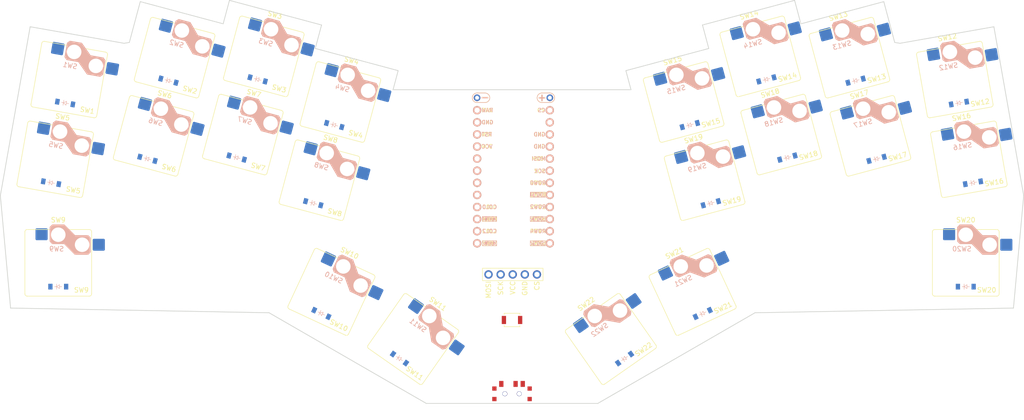
<source format=kicad_pcb>
(kicad_pcb (version 20221018) (generator pcbnew)
  (title_block (title "tutorial") (rev "v1.0.0") (company "Unknown"))
  (layers (0 "F.Cu" signal) (31 "B.Cu" signal) (34 "B.Paste" user) (35 "F.Paste" user) (36 "B.SilkS" user "B.Silkscreen") (37 "F.SilkS" user "F.Silkscreen") (38 "B.Mask" user) (39 "F.Mask" user) (44 "Edge.Cuts" user))
  (net 0 "")
  (net 1 "BT+")
  (net 2 "pinky_bottom")
  (net 3 "pinky_home")
  (net 4 "NVCS")
  (net 5 "ring_bottom")
  (net 6 "ring_home")
  (net 7 "+3V3")
  (net 8 "middle_bottom")
  (net 9 "middle_home")
  (net 10 "SCK")
  (net 11 "index_bottom")
  (net 12 "index_home")
  (net 13 "layer_cluster")
  (net 14 "space_cluster")
  (net 15 "default_default")
  (net 16 "MOSI")
  (net 17 "mirror_pinky_bottom")
  (net 18 "mirror_pinky_home")
  (net 19 "RESET")
  (net 20 "mirror_ring_bottom")
  (net 21 "mirror_ring_home")
  (net 22 "COL0")
  (net 23 "mirror_middle_bottom")
  (net 24 "mirror_middle_home")
  (net 25 "Net-(D1-A)")
  (net 26 "mirror_index_bottom")
  (net 27 "mirror_index_home")
  (net 28 "mirror_layer_cluster")
  (net 29 "mirror_space_cluster")
  (net 30 "mirror_default_default")
  (net 31 "P20")
  (net 32 "P21")
  (net 33 "P19")
  (net 34 "RAW")
  (net 35 "GND")
  (net 36 "COL1")
  (net 37 "Net-(D2-A)")
  (net 38 "COL2")
  (net 39 "Net-(D3-A)")
  (net 40 "COL3")
  (net 41 "Net-(D4-A)")
  (net 42 "Net-(D5-A)")
  (net 43 "Net-(D6-A)")
  (net 44 "Net-(D7-A)")
  (net 45 "Net-(D8-A)")
  (net 46 "Net-(D9-A)")
  (net 47 "Net-(D10-A)")
  (net 48 "Net-(D11-A)")
  (net 49 "Net-(D12-A)")
  (net 50 "Net-(D13-A)")
  (net 51 "Net-(D14-A)")
  (net 52 "Net-(D15-A)")
  (net 53 "Net-(D16-A)")
  (net 54 "Net-(D17-A)")
  (net 55 "Net-(D18-A)")
  (net 56 "Net-(D19-A)")
  (net 57 "Net-(D20-A)")
  (net 58 "Net-(D21-A)")
  (net 59 "Net-(D22-A)")
  (net 65 "ROW5")
  (net 66 "ROW4")
  (net 67 "ROW3")
  (net 68 "ROW2")
  (net 69 "ROW1")
  (net 70 "ROW0")
  (footprint "ComboDiode" (layer "F.Cu") (at 277.567424 98.002271 15)
    (fp_text reference "D15" hide)
    (fp_text value "" hide)
    (pad "1" smd rect (at -1.65 0 15) (size 0.9 1.2) (layers "B.Cu" "B.Paste" "B.Mask") (net 32 "P21"))
    (pad "2" smd rect (at 1.65 0 15) (size 0.9 1.2) (layers "B.Cu" "B.Paste" "B.Mask") (net 21 "mirror_ring_home"))
  )
  (footprint "Bubble_Lib:SW_Hotswap_Kailh_Choc_V1_tweaked" (layer "F.Cu") (at 243.383573 142.361197 25)
    (fp_text reference "SW21" (at 0 -9 25) (layer "F.SilkS"))
    (fp_text value "Kailh-Choc")
    (fp_text user "${REFERENCE}" (at 1.27 -2.921 25 unlocked) (layer "B.SilkS") (effects (justify left mirror)))
    (fp_text user "${REFERENCE}" (at 6.477 5.715 25 unlocked) (layer "F.SilkS") (effects (justify right)))
    (pad "" np_thru_hole circle (at -5.5 0 25) (size 1.8 1.8) (drill 1.8) (layers "*.Cu" "*.Mask"))
    (pad "" np_thru_hole circle (at 0 -5.9 25) (size 3.05 3.05) (drill 3.05) (layers "*.Cu" "*.Mask"))
    (pad "" np_thru_hole circle (at 0 0 25) (size 3.4 3.4) (drill 3.4) (layers "*.Cu" "*.Mask"))
    (pad "" np_thru_hole circle (at 5 -3.8 25) (size 3.05 3.05) (drill 3.05) (layers "*.Cu" "*.Mask"))
    (pad "" np_thru_hole circle (at 5.5 0 25) (size 1.8 1.8) (drill 1.8) (layers "*.Cu" "*.Mask"))
    (pad "1" smd roundrect (at -3.5 -6 25) (size 2.55 2.5) (layers "B.Cu" "B.Paste" "B.Mask") (roundrect_rratio 0.1) (net 38 "COL2"))
    (pad "2" smd roundrect (at 8.5 -3.8 25) (size 2.55 2.5) (layers "B.Cu" "B.Paste" "B.Mask") (roundrect_rratio 0.1) (net 58 "Net-(D21-A)"))
  )
  (footprint "ComboDiode" (layer "F.Cu") (at 247.194018 123.740496 15)
    (fp_text reference "D18" hide)
    (fp_text value "" hide)
    (pad "1" smd rect (at -1.65 0 15) (size 0.9 1.2) (layers "B.Cu" "B.Paste" "B.Mask") (net 31 "P20"))
    (pad "2" smd rect (at 1.65 0 15) (size 0.9 1.2) (layers "B.Cu" "B.Paste" "B.Mask") (net 26 "mirror_index_bottom"))
  )
  (footprint "Bubble_Lib:SW_Hotswap_Kailh_Choc_V1_tweaked" (layer "F.Cu") (at 165.100076 118.910867 -15)
    (fp_text reference "SW8" (at 0 -9 165) (layer "F.SilkS"))
    (fp_text value "Kailh-Choc")
    (fp_text user "${REFERENCE}" (at 1.27 -2.921 -15 unlocked) (layer "B.SilkS") (effects (justify left mirror)))
    (fp_text user "${REFERENCE}" (at 6.477 5.715 -15 unlocked) (layer "F.SilkS") (effects (justify right)))
    (pad "" np_thru_hole circle (at -5.5 0 345) (size 1.8 1.8) (drill 1.8) (layers "*.Cu" "*.Mask"))
    (pad "" np_thru_hole circle (at 0 -5.9 345) (size 3.05 3.05) (drill 3.05) (layers "*.Cu" "*.Mask"))
    (pad "" np_thru_hole circle (at 0 0 345) (size 3.4 3.4) (drill 3.4) (layers "*.Cu" "*.Mask"))
    (pad "" np_thru_hole circle (at 5 -3.8 345) (size 3.05 3.05) (drill 3.05) (layers "*.Cu" "*.Mask"))
    (pad "" np_thru_hole circle (at 5.5 0 345) (size 1.8 1.8) (drill 1.8) (layers "*.Cu" "*.Mask"))
    (pad "1" smd roundrect (at -3.5 -6 345) (size 2.55 2.5) (layers "B.Cu" "B.Paste" "B.Mask") (roundrect_rratio 0.1) (net 40 "COL3"))
    (pad "2" smd roundrect (at 8.5 -3.8 345) (size 2.55 2.5) (layers "B.Cu" "B.Paste" "B.Mask") (roundrect_rratio 0.1) (net 45 "Net-(D8-A)"))
  )
  (footprint "Bubble_Lib:1pin_Battery" (layer "F.Cu") (at 213.4335 101.6 180)
    (fp_text reference "Bat+1" hide)
    (fp_text value "MountingHole_Pad" hide)
    (fp_text user "+" (at 1.647853 -0.130146 180 unlocked) (layer "B.SilkS") (effects (font (size 1.5 1.5) (thickness 0.28)) (justify mirror)))
    (fp_text user "+" (at 1.651 -0.127 180 unlocked) (layer "F.SilkS") (effects (font (size 1.5 1.5) (thickness 0.28))))
    (pad "1" thru_hole circle (at 0 0 180) (size 1.397 1.397) (drill 0.8128) (layers "*.Cu" "*.Mask") (net 1 "BT+"))
  )
  (footprint "Bubble_Lib:SW_Hotswap_Kailh_Choc_V1_tweaked" (layer "F.Cu") (at 280.673253 109.593381 15)
    (fp_text reference "SW17" (at 0 -9 15) (layer "F.SilkS"))
    (fp_text value "Kailh-Choc")
    (fp_text user "${REFERENCE}" (at 1.27 -2.921 15 unlocked) (layer "B.SilkS") (effects (justify left mirror)))
    (fp_text user "${REFERENCE}" (at 6.477 5.715 15 unlocked) (layer "F.SilkS") (effects (justify right)))
    (pad "" np_thru_hole circle (at -5.5 0 15) (size 1.8 1.8) (drill 1.8) (layers "*.Cu" "*.Mask"))
    (pad "" np_thru_hole circle (at 0 -5.9 15) (size 3.05 3.05) (drill 3.05) (layers "*.Cu" "*.Mask"))
    (pad "" np_thru_hole circle (at 0 0 15) (size 3.4 3.4) (drill 3.4) (layers "*.Cu" "*.Mask"))
    (pad "" np_thru_hole circle (at 5 -3.8 15) (size 3.05 3.05) (drill 3.05) (layers "*.Cu" "*.Mask"))
    (pad "" np_thru_hole circle (at 5.5 0 15) (size 1.8 1.8) (drill 1.8) (layers "*.Cu" "*.Mask"))
    (pad "1" smd roundrect (at -3.5 -6 15) (size 2.55 2.5) (layers "B.Cu" "B.Paste" "B.Mask") (roundrect_rratio 0.1) (net 36 "COL1"))
    (pad "2" smd roundrect (at 8.5 -3.8 15) (size 2.55 2.5) (layers "B.Cu" "B.Paste" "B.Mask") (roundrect_rratio 0.1) (net 54 "Net-(D17-A)"))
  )
  (footprint "ComboDiode" (layer "F.Cu") (at 165.503335 146.892736 -25)
    (fp_text reference "D9" hide)
    (fp_text value "" hide)
    (pad "1" smd rect (at -1.65 0 335) (size 0.9 1.2) (layers "B.Cu" "B.Paste" "B.Mask") (net 33 "P19"))
    (pad "2" smd rect (at 1.65 0 335) (size 0.9 1.2) (layers "B.Cu" "B.Paste" "B.Mask") (net 13 "layer_cluster"))
  )
  (footprint "Bubble_Lib:SW_Hotswap_Kailh_Choc_V1_tweaked" (layer "F.Cu") (at 298.371688 97.775855 10)
    (fp_text reference "SW12" (at 0 -9 10) (layer "F.SilkS"))
    (fp_text value "Kailh-Choc")
    (fp_text user "${REFERENCE}" (at 1.27 -2.921 10 unlocked) (layer "B.SilkS") (effects (justify left mirror)))
    (fp_text user "${REFERENCE}" (at 6.477 5.715 10 unlocked) (layer "F.SilkS") (effects (justify right)))
    (pad "" np_thru_hole circle (at -5.5 0 10) (size 1.8 1.8) (drill 1.8) (layers "*.Cu" "*.Mask"))
    (pad "" np_thru_hole circle (at 0 -5.9 10) (size 3.05 3.05) (drill 3.05) (layers "*.Cu" "*.Mask"))
    (pad "" np_thru_hole circle (at 0 0 10) (size 3.4 3.4) (drill 3.4) (layers "*.Cu" "*.Mask"))
    (pad "" np_thru_hole circle (at 5 -3.8 10) (size 3.05 3.05) (drill 3.05) (layers "*.Cu" "*.Mask"))
    (pad "" np_thru_hole circle (at 5.5 0 10) (size 1.8 1.8) (drill 1.8) (layers "*.Cu" "*.Mask"))
    (pad "1" smd roundrect (at -3.5 -6 10) (size 2.55 2.5) (layers "B.Cu" "B.Paste" "B.Mask") (roundrect_rratio 0.1) (net 22 "COL0"))
    (pad "2" smd roundrect (at 8.5 -3.8 10) (size 2.55 2.5) (layers "B.Cu" "B.Paste" "B.Mask") (roundrect_rratio 0.1) (net 49 "Net-(D12-A)"))
  )
  (footprint "Bubble_Lib:SW_Hotswap_Kailh_Choc_V1_tweaked" (layer "F.Cu") (at 257.566687 92.905163 15)
    (fp_text reference "SW14" (at 0 -9 15) (layer "F.SilkS"))
    (fp_text value "Kailh-Choc")
    (fp_text user "${REFERENCE}" (at 1.27 -2.921 15 unlocked) (layer "B.SilkS") (effects (justify left mirror)))
    (fp_text user "${REFERENCE}" (at 6.477 5.715 15 unlocked) (layer "F.SilkS") (effects (justify right)))
    (pad "" np_thru_hole circle (at -5.5 0 15) (size 1.8 1.8) (drill 1.8) (layers "*.Cu" "*.Mask"))
    (pad "" np_thru_hole circle (at 0 -5.9 15) (size 3.05 3.05) (drill 3.05) (layers "*.Cu" "*.Mask"))
    (pad "" np_thru_hole circle (at 0 0 15) (size 3.4 3.4) (drill 3.4) (layers "*.Cu" "*.Mask"))
    (pad "" np_thru_hole circle (at 5 -3.8 15) (size 3.05 3.05) (drill 3.05) (layers "*.Cu" "*.Mask"))
    (pad "" np_thru_hole circle (at 5.5 0 15) (size 1.8 1.8) (drill 1.8) (layers "*.Cu" "*.Mask"))
    (pad "1" smd roundrect (at -3.5 -6 15) (size 2.55 2.5) (layers "B.Cu" "B.Paste" "B.Mask") (roundrect_rratio 0.1) (net 38 "COL2"))
    (pad "2" smd roundrect (at 8.5 -3.8 15) (size 2.55 2.5) (layers "B.Cu" "B.Paste" "B.Mask") (roundrect_rratio 0.1) (net 51 "Net-(D14-A)"))
  )
  (footprint "Bubble_Lib:SW_Hotswap_Kailh_Choc_V1_tweaked" (layer "F.Cu") (at 301.323707 114.517587 10)
    (fp_text reference "SW16" (at 0 -9 10) (layer "F.SilkS"))
    (fp_text value "Kailh-Choc")
    (fp_text user "${REFERENCE}" (at 1.27 -2.921 10 unlocked) (layer "B.SilkS") (effects (justify left mirror)))
    (fp_text user "${REFERENCE}" (at 6.477 5.715 10 unlocked) (layer "F.SilkS") (effects (justify right)))
    (pad "" np_thru_hole circle (at -5.5 0 10) (size 1.8 1.8) (drill 1.8) (layers "*.Cu" "*.Mask"))
    (pad "" np_thru_hole circle (at 0 -5.9 10) (size 3.05 3.05) (drill 3.05) (layers "*.Cu" "*.Mask"))
    (pad "" np_thru_hole circle (at 0 0 10) (size 3.4 3.4) (drill 3.4) (layers "*.Cu" "*.Mask"))
    (pad "" np_thru_hole circle (at 5 -3.8 10) (size 3.05 3.05) (drill 3.05) (layers "*.Cu" "*.Mask"))
    (pad "" np_thru_hole circle (at 5.5 0 10) (size 1.8 1.8) (drill 1.8) (layers "*.Cu" "*.Mask"))
    (pad "1" smd roundrect (at -3.5 -6 10) (size 2.55 2.5) (layers "B.Cu" "B.Paste" "B.Mask") (roundrect_rratio 0.1) (net 22 "COL0"))
    (pad "2" smd roundrect (at 8.5 -3.8 10) (size 2.55 2.5) (layers "B.Cu" "B.Paste" "B.Mask") (roundrect_rratio 0.1) (net 53 "Net-(D16-A)"))
  )
  (footprint "ComboDiode" (layer "F.Cu") (at 111.76007 102.699894 -10)
    (fp_text reference "D2" hide)
    (fp_text value "" hide)
    (pad "1" smd rect (at -1.65 0 350) (size 0.9 1.2) (layers "B.Cu" "B.Paste" "B.Mask") (net 32 "P21"))
    (pad "2" smd rect (at 1.65 0 350) (size 0.9 1.2) (layers "B.Cu" "B.Paste" "B.Mask") (net 3 "pinky_home"))
  )
  (footprint "ComboDiode" (layer "F.Cu") (at 281.967348 114.42301 15)
    (fp_text reference "D14" hide)
    (fp_text value "" hide)
    (pad "1" smd rect (at -1.65 0 15) (size 0.9 1.2) (layers "B.Cu" "B.Paste" "B.Mask") (net 31 "P20"))
    (pad "2" smd rect (at 1.65 0 15) (size 0.9 1.2) (layers "B.Cu" "B.Paste" "B.Mask") (net 20 "mirror_ring_bottom"))
  )
  (footprint "ComboDiode" (layer "F.Cu") (at 152.139216 97.734792 -15)
    (fp_text reference "D6" hide)
    (fp_text value "" hide)
    (pad "1" smd rect (at -1.65 0 345) (size 0.9 1.2) (layers "B.Cu" "B.Paste" "B.Mask") (net 32 "P21"))
    (pad "2" smd rect (at 1.65 0 345) (size 0.9 1.2) (layers "B.Cu" "B.Paste" "B.Mask") (net 9 "middle_home"))
  )
  (footprint "Bubble_Lib:smt-slider-switch" (layer "F.Cu") (at 205.499999 163.762291 180)
    (fp_text reference "SW_POWER1" hide)
    (fp_text value "SW_SPDT")
    (pad "" np_thru_hole circle (at -1.5 0 180) (size 1 1) (drill 0.9) (layers "*.Cu" "*.Mask"))
    (pad "" np_thru_hole circle (at 1.5 0 180) (size 1 1) (drill 0.9) (layers "*.Cu" "*.Mask"))
    (pad "0" smd rect (at -3.7 -1.1 180) (size 0.9 0.9) (layers "F.Cu" "F.Paste" "F.Mask"))
    (pad "0" smd rect (at -3.7 1.1 180) (size 0.9 0.9) (layers "F.Cu" "F.Paste" "F.Mask"))
    (pad "0" smd rect (at 3.7 -1.1 180) (size 0.9 0.9) (layers "F.Cu" "F.Paste" "F.Mask"))
    (pad "0" smd rect (at 3.7 1.1 180) (size 0.9 0.9) (layers "F.Cu" "F.Paste" "F.Mask"))
    (pad "1" smd rect (at 2.25 2.075 180) (size 0.9 1.25) (layers "F.Cu" "F.Paste" "F.Mask"))
    (pad "2" smd rect (at -0.75 2.075 180) (size 0.9 1.25) (layers "F.Cu" "F.Paste" "F.Mask") (net 1 "BT+"))
    (pad "3" smd rect (at -2.25 2.075 180) (size 0.9 1.25) (layers "F.Cu" "F.Paste" "F.Mask") (net 34 "RAW"))
  )
  (footprint "Bubble_Lib:SW_Hotswap_Kailh_Choc_V1_tweaked" (layer "F.Cu") (at 110.324273 136.259319)
    (fp_text reference "SW9" (at 0 -9) (layer "F.SilkS"))
    (fp_text value "Kailh-Choc")
    (fp_text user "${REFERENCE}" (at 1.27 -2.921 unlocked) (layer "B.SilkS") (effects (justify left mirror)))
    (fp_text user "${REFERENCE}" (at 6.477 5.715 unlocked) (layer "F.SilkS") (effects (justify right)))
    (pad "" np_thru_hole circle (at -5.5 0) (size 1.8 1.8) (drill 1.8) (layers "*.Cu" "*.Mask"))
    (pad "" np_thru_hole circle (at 0 -5.9) (size 3.05 3.05) (drill 3.05) (layers "*.Cu" "*.Mask"))
    (pad "" np_thru_hole circle (at 0 0) (size 3.4 3.4) (drill 3.4) (layers "*.Cu" "*.Mask"))
    (pad "" np_thru_hole circle (at 5 -3.8) (size 3.05 3.05) (drill 3.05) (layers "*.Cu" "*.Mask"))
    (pad "" np_thru_hole circle (at 5.5 0) (size 1.8 1.8) (drill 1.8) (layers "*.Cu" "*.Mask"))
    (pad "1" smd roundrect (at -3.5 -6) (size 2.55 2.5) (layers "B.Cu" "B.Paste" "B.Mask") (roundrect_rratio 0.1) (net 22 "COL0"))
    (pad "2" smd roundrect (at 8.5 -3.8) (size 2.55 2.5) (layers "B.Cu" "B.Paste" "B.Mask") (roundrect_rratio 0.1) (net 46 "Net-(D9-A)"))
  )
  (footprint "ComboDiode" (layer "F.Cu") (at 133.432574 98.002271 -15)
    (fp_text reference "D4" hide)
    (fp_text value "" hide)
    (pad "1" smd rect (at -1.65 0 345) (size 0.9 1.2) (layers "B.Cu" "B.Paste" "B.Mask") (net 32 "P21"))
    (pad "2" smd rect (at 1.65 0 345) (size 0.9 1.2) (layers "B.Cu" "B.Paste" "B.Mask") (net 6 "ring_home"))
  )
  (footprint "Bubble_Lib:SW_Hotswap_Kailh_Choc_V1_tweaked" (layer "F.Cu") (at 134.72667 93.172642 -15)
    (fp_text reference "SW2" hide)
    (fp_text value "Kailh-Choc")
    (fp_text user "${REFERENCE}" (at 1.27 -2.921 -15 unlocked) (layer "B.SilkS") (effects (justify left mirror)))
    (fp_text user "${REFERENCE}" (at 6.477 5.715 -15 unlocked) (layer "F.SilkS") (effects (justify right)))
    (pad "" np_thru_hole circle (at -5.5 0 345) (size 1.8 1.8) (drill 1.8) (layers "*.Cu" "*.Mask"))
    (pad "" np_thru_hole circle (at 0 -5.9 345) (size 3.05 3.05) (drill 3.05) (layers "*.Cu" "*.Mask"))
    (pad "" np_thru_hole circle (at 0 0 345) (size 3.4 3.4) (drill 3.4) (layers "*.Cu" "*.Mask"))
    (pad "" np_thru_hole circle (at 5 -3.8 345) (size 3.05 3.05) (drill 3.05) (layers "*.Cu" "*.Mask"))
    (pad "" np_thru_hole circle (at 5.5 0 345) (size 1.8 1.8) (drill 1.8) (layers "*.Cu" "*.Mask"))
    (pad "1" smd roundrect (at -3.5 -6 345) (size 2.55 2.5) (layers "B.Cu" "B.Paste" "B.Mask") (roundrect_rratio 0.1) (net 36 "COL1"))
    (pad "2" smd roundrect (at 8.5 -3.8 345) (size 2.55 2.5) (layers "B.Cu" "B.Paste" "B.Mask") (roundrect_rratio 0.1) (net 37 "Net-(D2-A)"))
  )
  (footprint "Bubble_Lib:1pin_Battery" (layer "F.Cu") (at 198.1665 101.6)
    (fp_text reference "BatGND1" hide)
    (fp_text value "MountingHole_Pad" hide)
    (fp_text user "-" (at 1.647853 -0.130146 unlocked) (layer "B.SilkS") (effects (font (size 1.5 1.5) (thickness 0.28)) (justify mirror)))
    (fp_text user "-" (at 1.651 -0.127 unlocked) (layer "F.SilkS") (effects (font (size 1.5 1.5) (thickness 0.28))))
    (pad "1" thru_hole circle (at 0 0) (size 1.397 1.397) (drill 0.8128) (layers "*.Cu" "*.Mask") (net 35 "GND"))
  )
  (footprint "Bubble_Lib:SW_RESET" (layer "F.Cu") (at 205.499999 148.259319)
    (fp_text reference "RSW1" hide)
    (fp_text value "SW_Push")
    (pad "1" smd rect (at -1.7 0) (size 0.9 1.7) (layers "F.Cu" "F.Paste" "F.Mask") (net 35 "GND"))
    (pad "2" smd rect (at 1.7 0) (size 0.9 1.7) (layers "F.Cu" "F.Paste" "F.Mask") (net 19 "RESET"))
  )
  (footprint "ComboDiode" (layer "F.Cu") (at 302.191948 119.441626 10)
    (fp_text reference "D12" hide)
    (fp_text value "" hide)
    (pad "1" smd rect (at -1.65 0 10) (size 0.9 1.2) (layers "B.Cu" "B.Paste" "B.Mask") (net 31 "P20"))
    (pad "2" smd rect (at 1.65 0 10) (size 0.9 1.2) (layers "B.Cu" "B.Paste" "B.Mask") (net 17 "mirror_pinky_bottom"))
  )
  (footprint "Bubble_Lib:SW_Hotswap_Kailh_Choc_V1_tweaked" (layer "F.Cu") (at 261.966611 109.325902 15)
    (fp_text reference "SW18" (at 0 -9 15) (layer "F.SilkS"))
    (fp_text value "Kailh-Choc")
    (fp_text user "${REFERENCE}" (at 1.27 -2.921 15 unlocked) (layer "B.SilkS") (effects (justify left mirror)))
    (fp_text user "${REFERENCE}" (at 6.477 5.715 15 unlocked) (layer "F.SilkS") (effects (justify right)))
    (pad "" np_thru_hole circle (at -5.5 0 15) (size 1.8 1.8) (drill 1.8) (layers "*.Cu" "*.Mask"))
    (pad "" np_thru_hole circle (at 0 -5.9 15) (size 3.05 3.05) (drill 3.05) (layers "*.Cu" "*.Mask"))
    (pad "" np_thru_hole circle (at 0 0 15) (size 3.4 3.4) (drill 3.4) (layers "*.Cu" "*.Mask"))
    (pad "" np_thru_hole circle (at 5 -3.8 15) (size 3.05 3.05) (drill 3.05) (layers "*.Cu" "*.Mask"))
    (pad "" np_thru_hole circle (at 5.5 0 15) (size 1.8 1.8) (drill 1.8) (layers "*.Cu" "*.Mask"))
    (pad "1" smd roundrect (at -3.5 -6 15) (size 2.55 2.5) (layers "B.Cu" "B.Paste" "B.Mask") (roundrect_rratio 0.1) (net 38 "COL2"))
    (pad "2" smd roundrect (at 8.5 -3.8 15) (size 2.55 2.5) (layers "B.Cu" "B.Paste" "B.Mask") (roundrect_rratio 0.1) (net 55 "Net-(D18-A)"))
  )
  (footprint "ComboDiode" (layer "F.Cu") (at 129.032651 114.42301 -15)
    (fp_text reference "D3" hide)
    (fp_text value "" hide)
    (pad "1" smd rect (at -1.65 0 345) (size 0.9 1.2) (layers "B.Cu" "B.Paste" "B.Mask") (net 31 "P20"))
    (pad "2" smd rect (at 1.65 0 345) (size 0.9 1.2) (layers "B.Cu" "B.Paste" "B.Mask") (net 5 "ring_bottom"))
  )
  (footprint "Bubble_Lib:SW_Hotswap_Kailh_Choc_V1_tweaked" (layer "F.Cu") (at 109.676292 114.517587 -10)
    (fp_text reference "SW5" (at 0 -9 170) (layer "F.SilkS"))
    (fp_text value "Kailh-Choc")
    (fp_text user "${REFERENCE}" (at 1.27 -2.921 -10 unlocked) (layer "B.SilkS") (effects (justify left mirror)))
    (fp_text user "${REFERENCE}" (at 6.477 5.715 -10 unlocked) (layer "F.SilkS") (effects (justify right)))
    (pad "" np_thru_hole circle (at -5.5 0 350) (size 1.8 1.8) (drill 1.8) (layers "*.Cu" "*.Mask"))
    (pad "" np_thru_hole circle (at 0 -5.9 350) (size 3.05 3.05) (drill 3.05) (layers "*.Cu" "*.Mask"))
    (pad "" np_thru_hole circle (at 0 0 350) (size 3.4 3.4) (drill 3.4) (layers "*.Cu" "*.Mask"))
    (pad "" np_thru_hole circle (at 5 -3.8 350) (size 3.05 3.05) (drill 3.05) (layers "*.Cu" "*.Mask"))
    (pad "" np_thru_hole circle (at 5.5 0 350) (size 1.8 1.8) (drill 1.8) (layers "*.Cu" "*.Mask"))
    (pad "1" smd roundrect (at -3.5 -6 350) (size 2.55 2.5) (layers "B.Cu" "B.Paste" "B.Mask") (roundrect_rratio 0.1) (net 22 "COL0"))
    (pad "2" smd roundrect (at 8.5 -3.8 350) (size 2.55 2.5) (layers "B.Cu" "B.Paste" "B.Mask") (roundrect_rratio 0.1) (net 42 "Net-(D5-A)"))
  )
  (footprint "ComboDiode" (layer "F.Cu") (at 181.897381 156.358052 -35)
    (fp_text reference "D10" hide)
    (fp_text value "" hide)
    (pad "1" smd rect (at -1.65 0 325) (size 0.9 1.2) (layers "B.Cu" "B.Paste" "B.Mask") (net 33 "P19"))
    (pad "2" smd rect (at 1.65 0 325) (size 0.9 1.2) (layers "B.Cu" "B.Paste" "B.Mask") (net 14 "space_cluster"))
  )
  (footprint "Bubble_Lib:SW_Hotswap_Kailh_Choc_V1_tweaked" (layer "F.Cu") (at 276.273329 93.172642 15)
    (fp_text reference "SW13" (at 0 -9 15) (layer "F.SilkS"))
    (fp_text value "Kailh-Choc")
    (fp_text user "${REFERENCE}" (at 1.27 -2.921 15 unlocked) (layer "B.SilkS") (effects (justify left mirror)))
    (fp_text user "${REFERENCE}" (at 6.477 5.715 15 unlocked) (layer "F.SilkS") (effects (justify right)))
    (pad "" np_thru_hole circle (at -5.5 0 15) (size 1.8 1.8) (drill 1.8) (layers "*.Cu" "*.Mask"))
    (pad "" np_thru_hole circle (at 0 -5.9 15) (size 3.05 3.05) (drill 3.05) (layers "*.Cu" "*.Mask"))
    (pad "" np_thru_hole circle (at 0 0 15) (size 3.4 3.4) (drill 3.4) (layers "*.Cu" "*.Mask"))
    (pad "" np_thru_hole circle (at 5 -3.8 15) (size 3.05 3.05) (drill 3.05) (layers "*.Cu" "*.Mask"))
    (pad "" np_thru_hole circle (at 5.5 0 15) (size 1.8 1.8) (drill 1.8) (layers "*.Cu" "*.Mask"))
    (pad "1" smd roundrect (at -3.5 -6 15) (size 2.55 2.5) (layers "B.Cu" "B.Paste" "B.Mask") (roundrect_rratio 0.1) (net 36 "COL1"))
    (pad "2" smd roundrect (at 8.5 -3.8 15) (size 2.55 2.5) (layers "B.Cu" "B.Paste" "B.Mask") (roundrect_rratio 0.1) (net 50 "Net-(D13-A)"))
  )
  (footprint "Bubble_Lib:SW_Hotswap_Kailh_Choc_V1_tweaked" (layer "F.Cu") (at 241.499999 102.490128 15)
    (fp_text reference "SW15" (at 0 -9 15) (layer "F.SilkS"))
    (fp_text value "Kailh-Choc")
    (fp_text user "${REFERENCE}" (at 1.27 -2.921 15 unlocked) (layer "B.SilkS") (effects (justify left mirror)))
    (fp_text user "${REFERENCE}" (at 6.477 5.715 15 unlocked) (layer "F.SilkS") (effects (justify right)))
    (pad "" np_thru_hole circle (at -5.5 0 15) (size 1.8 1.8) (drill 1.8) (layers "*.Cu" "*.Mask"))
    (pad "" np_thru_hole circle (at 0 -5.9 15) (size 3.05 3.05) (drill 3.05) (layers "*.Cu" "*.Mask"))
    (pad "" np_thru_hole circle (at 0 0 15) (size 3.4 3.4) (drill 3.4) (layers "*.Cu" "*.Mask"))
    (pad "" np_thru_hole circle (at 5 -3.8 15) (size 3.05 3.05) (drill 3.05) (layers "*.Cu" "*.Mask"))
    (pad "" np_thru_hole circle (at 5.5 0 15) (size 1.8 1.8) (drill 1.8) (layers "*.Cu" "*.Mask"))
    (pad "1" smd roundrect (at -3.5 -6 15) (size 2.55 2.5) (layers "B.Cu" "B.Paste" "B.Mask") (roundrect_rratio 0.1) (net 40 "COL3"))
    (pad "2" smd roundrect (at 8.5 -3.8 15) (size 2.55 2.5) (layers "B.Cu" "B.Paste" "B.Mask") (roundrect_rratio 0.1) (net 52 "Net-(D15-A)"))
  )
  (footprint "ComboDiode" (layer "F.Cu") (at 300.675726 141.259319)
    (fp_text reference "D22" hide)
    (fp_text value "" hide)
    (pad "1" smd rect (at -1.65 0) (size 0.9 1.2) (layers "B.Cu" "B.Paste" "B.Mask") (net 33 "P19"))
    (pad "2" smd rect (at 1.65 0) (size 0.9 1.2) (layers "B.Cu" "B.Paste" "B.Mask") (net 30 "mirror_default_default"))
  )
  (footprint "ComboDiode" (layer "F.Cu") (at 242.794095 107.319757 15)
    (fp_text reference "D19" hide)
    (fp_text value "" hide)
    (pad "1" smd rect (at -1.65 0 15) (size 0.9 1.2) (layers "B.Cu" "B.Paste" "B.Mask") (net 32 "P21"))
    (pad "2" smd rect (at 1.65 0 15) (size 0.9 1.2) (layers "B.Cu" "B.Paste" "B.Mask") (net 27 "mirror_index_home"))
  )
  (footprint "Bubble_Lib:SW_Hotswap_Kailh_Choc_V1_tweaked" (layer "F.Cu") (at 226.234735 152.262291 35)
    (fp_text reference "SW22" (at 0 -9 35) (layer "F.SilkS"))
    (fp_text value "Kailh-Choc")
    (fp_text user "${REFERENCE}" (at 1.27 -2.921 35 unlocked) (layer "B.SilkS") (effects (justify left mirror)))
    (fp_text user "${REFERENCE}" (at 6.477 5.715 35 unlocked) (layer "F.SilkS") (effects (justify right)))
    (pad "" np_thru_hole circle (at -5.5 0 35) (size 1.8 1.8) (drill 1.8) (layers "*.Cu" "*.Mask"))
    (pad "" np_thru_hole circle (at 0 -5.9 35) (size 3.05 3.05) (drill 3.05) (layers "*.Cu" "*.Mask"))
    (pad "" np_thru_hole circle (at 0 0 35) (size 3.4 3.4) (drill 3.4) (layers "*.Cu" "*.Mask"))
    (pad "" np_thru_hole circle (at 5 -3.8 35) (size 3.05 3.05) (drill 3.05) (layers "*.Cu" "*.Mask"))
    (pad "" np_thru_hole circle (at 5.5 0 35) (size 1.8 1.8) (drill 1.8) (layers "*.Cu" "*.Mask"))
    (pad "1" smd roundrect (at -3.5 -6 35) (size 2.55 2.5) (layers "B.Cu" "B.Paste" "B.Mask") (roundrect_rratio 0.1) (net 40 "COL3"))
    (pad "2" smd roundrect (at 8.5 -3.8 35) (size 2.55 2.5) (layers "B.Cu" "B.Paste" "B.Mask") (roundrect_rratio 0.1) (net 59 "Net-(D22-A)"))
  )
  (footprint "ComboDiode" (layer "F.Cu") (at 258.860783 97.734792 15)
    (fp_text reference "D17" hide)
    (fp_text value "" hide)
    (pad "1" smd rect (at -1.65 0 15) (size 0.9 1.2) (layers "B.Cu" "B.Paste" "B.Mask") (net 32 "P21"))
    (pad "2" smd rect (at 1.65 0 15) (size 0.9 1.2) (layers "B.Cu" "B.Paste" "B.Mask") (net 24 "mirror_middle_home"))
  )
  (footprint "ComboDiode" (layer "F.Cu") (at 168.205904 107.319757 -15)
    (fp_text reference "D8" hide)
    (fp_text value "" hide)
    (pad "1" smd rect (at -1.65 0 345) (size 0.9 1.2) (layers "B.Cu" "B.Paste" "B.Mask") (net 32 "P21"))
    (pad "2" smd rect (at 1.65 0 345) (size 0.9 1.2) (layers "B.Cu" "B.Paste" "B.Mask") (net 12 "index_home"))
  )
  (footprint "ComboDiode" (layer "F.Cu") (at 110.324273 141.259319)
    (fp_text reference "D11" hide)
    (fp_text value "" hide)
    (pad "1" smd rect (at -1.65 0) (size 0.9 1.2) (layers "B.Cu" "B.Paste" "B.Mask") (net 33 "P19"))
    (pad "2" smd rect (at 1.65 0) (size 0.9 1.2) (layers "B.Cu" "B.Paste" "B.Mask") (net 15 "default_default"))
  )
  (footprint "Bubble_Lib:SW_Hotswap_Kailh_Choc_V1_tweaked" (layer "F.Cu") (at 300.675726 136.259319)
    (fp_text reference "SW20" (at 0 -9) (layer "F.SilkS"))
    (fp_text value "Kailh-Choc")
    (fp_text user "${REFERENCE}" (at 1.27 -2.921 unlocked) (layer "B.SilkS") (effects (justify left mirror)))
    (fp_text user "${REFERENCE}" (at 6.477 5.715 unlocked) (layer "F.SilkS") (effects (justify right)))
    (pad "" np_thru_hole circle (at -5.5 0) (size 1.8 1.8) (drill 1.8) (layers "*.Cu" "*.Mask"))
    (pad "" np_thru_hole circle (at 0 -5.9) (size 3.05 3.05) (drill 3.05) (layers "*.Cu" "*.Mask"))
    (pad "" np_thru_hole circle (at 0 0) (size 3.4 3.4) (drill 3.4) (layers "*.Cu" "*.Mask"))
    (pad "" np_thru_hole circle (at 5 -3.8) (size 3.05 3.05) (drill 3.05) (layers "*.Cu" "*.Mask"))
    (pad "" np_thru_hole circle (at 5.5 0) (size 1.8 1.8) (drill 1.8) (layers "*.Cu" "*.Mask"))
    (pad "1" smd roundrect (at -3.5 -6) (size 2.55 2.5) (layers "B.Cu" "B.Paste" "B.Mask") (roundrect_rratio 0.1) (net 22 "COL0"))
    (pad "2" smd roundrect (at 8.5 -3.8) (size 2.55 2.5) (layers "B.Cu" "B.Paste" "B.Mask") (roundrect_rratio 0.1) (net 57 "Net-(D20-A)"))
  )
  (footprint "ComboDiode" (layer "F.Cu") (at 299.239929 102.699894 10)
    (fp_text reference "D13" hide)
    (fp_text value "" hide)
    (pad "1" smd rect (at -1.65 0 10) (size 0.9 1.2) (layers "B.Cu" "B.Paste" "B.Mask") (net 32 "P21"))
    (pad "2" smd rect (at 1.65 0 10) (size 0.9 1.2) (layers "B.Cu" "B.Paste" "B.Mask") (net 18 "mirror_pinky_home"))
  )
  (footprint "Bubble_Lib:nice_view" (layer "F.Cu") (at 205.65 122.22)
    (fp_text reference "Display1")
    (fp_text value "nice!view" hide)
    (fp_text user "CS" (at 5.08 17.78 90 unlocked) (layer "F.SilkS") (effects (justify right)))
    (fp_text user "VCC" (at 0 17.78 90 unlocked) (layer "F.SilkS") (effects (justify right)))
    (fp_text user "SCK" (at -2.54 17.78 90 unlocked) (layer "F.SilkS") (effects (justify right)))
    (fp_text user "GND" (at 2.54 17.78 90 unlocked) (layer "F.SilkS") (effects (justify right)))
    (fp_text user "MOSI" (at -5.08 17.78 90 unlocked) (layer "F.SilkS") (effects (justify right)))
    (pad "1" thru_hole circle (at -5.08 16.48) (size 1.7526 1.7526) (drill 1.0922) (layers "*.Cu" "*.Mask") (net 16 "MOSI"))
    (pad "2" thru_hole circle (at -2.54 16.48) (size 1.7526 1.7526) (drill 1.0922) (layers "*.Cu" "*.Mask") (net 10 "SCK"))
    (pad "3" thru_hole circle (at 0 16.48) (size 1.7526 1.7526) (drill 1.0922) (layers "*.Cu" "*.Mask") (net 7 "+3V3"))
    (pad "4" thru_hole circle (at 2.54 16.48) (size 1.7526 1.7526) (drill 1.0922) (layers "*.Cu" "*.Mask") (net 35 "GND"))
    (pad "5" thru_hole circle (at 5.08 16.48) (size 1.7526 1.7526) (drill 1.0922) (layers "*.Cu" "*.Mask") (net 4 "NVCS"))
  )
  (footprint "ComboDiode" (layer "F.Cu") (at 245.496664 146.892736 25)
    (fp_text reference "D20" hide)
    (fp_text value "" hide)
    (pad "1" smd rect (at -1.65 0 25) (size 0.9 1.2) (layers "B.Cu" "B.Paste" "B.Mask") (net 33 "P19"))
    (pad "2" smd rect (at 1.65 0 25) (size 0.9 1.2) (layers "B.Cu" "B.Paste" "B.Mask") (net 28 "mirror_layer_cluster"))
  )
  (footprint "Bubble_Lib:SW_Hotswap_Kailh_Choc_V1_tweaked" (layer "F.Cu") (at 149.033388 109.325902 -15)
    (fp_text reference "SW7" (at 0 -9 165) (layer "F.SilkS"))
    (fp_text value "Kailh-Choc")
    (fp_text user "${REFERENCE}" (at 1.27 -2.921 -15 unlocked) (layer "B.SilkS") (effects (justify left mirror)))
    (fp_text user "${REFERENCE}" (at 6.477 5.715 -15 unlocked) (layer "F.SilkS") (effects (justify right)))
    (pad "" np_thru_hole circle (at -5.5 0 345) (size 1.8 1.8) (drill 1.8) (layers "*.Cu" "*.Mask"))
    (pad "" np_thru_hole circle (at 0 -5.9 345) (size 3.05 3.05) (drill 3.05) (layers "*.Cu" "*.Mask"))
    (pad "" np_thru_hole circle (at 0 0 345) (size 3.4 3.4) (drill 3.4) (layers "*.Cu" "*.Mask"))
    (pad "" np_thru_hole circle (at 5 -3.8 345) (size 3.05 3.05) (drill 3.05) (layers "*.Cu" "*.Mask"))
    (pad "" np_thru_hole circle (at 5.5 0 345) (size 1.8 1.8) (drill 1.8) (layers "*.Cu" "*.Mask"))
    (pad "1" smd roundrect (at -3.5 -6 345) (size 2.55 2.5) (layers "B.Cu" "B.Paste" "B.Mask") (roundrect_rratio 0.1) (net 38 "COL2"))
    (pad "2" smd roundrect (at 8.5 -3.8 345) (size 2.55 2.5) (layers "B.Cu" "B.Paste" "B.Mask") (roundrect_rratio 0.1) (net 44 "Net-(D7-A)"))
  )
  (footprint "Bubble_Lib:SW_Hotswap_Kailh_Choc_V1_tweaked" (layer "F.Cu") (at 245.899923 118.910867 15)
    (fp_text reference "SW19" (at 0 -9 15) (layer "F.SilkS"))
    (fp_text value "Kailh-Choc")
    (fp_text user "${REFERENCE}" (at 1.27 -2.921 15 unlocked) (layer "B.SilkS") (effects (justify left mirror)))
    (fp_text user "${REFERENCE}" (at 6.477 5.715 15 unlocked) (layer "F.SilkS") (effects (justify right)))
    (pad "" np_thru_hole circle (at -5.5 0 15) (size 1.8 1.8) (drill 1.8) (layers "*.Cu" "*.Mask"))
    (pad "" np_thru_hole circle (at 0 -5.9 15) (size 3.05 3.05) (drill 3.05) (layers "*.Cu" "*.Mask"))
    (pad "" np_thru_hole circle (at 0 0 15) (size 3.4 3.4) (drill 3.4) (layers "*.Cu" "*.Mask"))
    (pad "" np_thru_hole circle (at 5 -3.8 15) (size 3.05 3.05) (drill 3.05) (layers "*.Cu" "*.Mask"))
    (pad "" np_thru_hole circle (at 5.5 0 15) (size 1.8 1.8) (drill 1.8) (layers "*.Cu" "*.Mask"))
    (pad "1" smd roundrect (at -3.5 -6 15) (size 2.55 2.5) (layers "B.Cu" "B.Paste" "B.Mask") (roundrect_rratio 0.1) (net 40 "COL3"))
    (pad "2" smd roundrect (at 8.5 -3.8 15) (size 2.55 2.5) (layers "B.Cu" "B.Paste" "B.Mask") (roundrect_rratio 0.1) (net 56 "Net-(D19-A)"))
  )
  (footprint "Bubble_Lib:SW_Hotswap_Kailh_Choc_V1_tweaked" (layer "F.Cu") (at 153.433312 92.905163 -15)
    (fp_text reference "SW3" (at 0 -9 165) (layer "F.SilkS"))
    (fp_text value "Kailh-Choc")
    (fp_text user "${REFERENCE}" (at 1.27 -2.921 -15 unlocked) (layer "B.SilkS") (effects (justify left mirror)))
    (fp_text user "${REFERENCE}" (at 6.477 5.715 -15 unlocked) (layer "F.SilkS") (effects (justify right)))
    (pad "" np_thru_hole circle (at -5.5 0 345) (size 1.8 1.8) (drill 1.8) (layers "*.Cu" "*.Mask"))
    (pad "" np_thru_hole circle (at 0 -5.9 345) (size 3.05 3.05) (drill 3.05) (layers "*.Cu" "*.Mask"))
    (pad "" np_thru_hole circle (at 0 0 345) (size 3.4 3.4) (drill 3.4) (layers "*.Cu" "*.Mask"))
    (pad "" np_thru_hole circle (at 5 -3.8 345) (size 3.05 3.05) (drill 3.05) (layers "*.Cu" "*.Mask"))
    (pad "" np_thru_hole circle (at 5.5 0 345) (size 1.8 1.8) (drill 1.8) (layers "*.Cu" "*.Mask"))
    (pad "1" smd roundrect (at -3.5 -6 345) (size 2.55 2.5) (layers "B.Cu" "B.Paste" "B.Mask") (roundrect_rratio 0.1) (net 38 "COL2"))
    (pad "2" smd roundrect (at 8.5 -3.8 345) (size 2.55 2.5) (layers "B.Cu" "B.Paste" "B.Mask") (roundrect_rratio 0.1) (net 39 "Net-(D3-A)"))
  )
  (footprint "ComboDiode" (layer "F.Cu") (at 163.80598 123.740496 -15)
    (fp_text reference "D7" hide)
    (fp_text value "" hide)
    (pad "1" smd rect (at -1.65 0 345) (size 0.9 1.2) (layers "B.Cu" "B.Paste" "B.Mask") (net 31 "P20"))
    (pad "2" smd rect (at 1.65 0 345) (size 0.9 1.2) (layers "B.Cu" "B.Paste" "B.Mask") (net 11 "index_bottom"))
  )
  (footprint "Bubble_Lib:SW_Hotswap_Kailh_Choc_V1_tweaked" (layer "F.Cu") (at 112.628311 97.775855 -10)
    (fp_text reference "SW1" hide)
    (fp_text value "Kailh-Choc")
    (fp_text user "${REFERENCE}" (at 1.27 -2.921 -10 unlocked) (layer "B.SilkS") (effects (justify left mirror)))
    (fp_text user "${REFERENCE}" (at 6.477 5.715 -10 unlocked) (layer "F.SilkS") (effects (justify right)))
    (pad "" np_thru_hole circle (at -5.5 0 350) (size 1.8 1.8) (drill 1.8) (layers "*.Cu" "*.Mask"))
    (pad "" np_thru_hole circle (at 0 -5.9 350) (size 3.05 3.05) (drill 3.05) (layers "*.Cu" "*.Mask"))
    (pad "" np_thru_hole circle (at 0 0 350) (size 3.4 3.4) (drill 3.4) (layers "*.Cu" "*.Mask"))
    (pad "" np_thru_hole circle (at 5 -3.8 350) (size 3.05 3.05) (drill 3.05) (layers "*.Cu" "*.Mask"))
    (pad "" np_thru_hole circle (at 5.5 0 350) (size 1.8 1.8) (drill 1.8) (layers "*.Cu" "*.Mask"))
    (pad "1" smd roundrect (at -3.5 -6 350) (size 2.55 2.5) (layers "B.Cu" "B.Paste" "B.Mask") (roundrect_rratio 0.1) (net 22 "COL0"))
    (pad "2" smd roundrect (at 8.5 -3.8 350) (size 2.55 2.5) (layers "B.Cu" "B.Paste" "B.Mask") (roundrect_rratio 0.1) (net 25 "Net-(D1-A)"))
  )
  (footprint "ComboDiode" (layer "F.Cu") (at 147.739293 114.155531 -15)
    (fp_text reference "D5" hide)
    (fp_text value "" hide)
    (pad "1" smd rect (at -1.65 0 345) (size 0.9 1.2) (layers "B.Cu" "B.Paste" "B.Mask") (net 31 "P20"))
    (pad "2" smd rect (at 1.65 0 345) (size 0.9 1.2) (layers "B.Cu" "B.Paste" "B.Mask") (net 8 "middle_bottom"))
  )
  (footprint "Bubble_Lib:SW_Hotswap_Kailh_Choc_V1_tweaked" (layer "F.Cu") (at 167.616426 142.361197 -25)
    (fp_text reference "SW10" (at 0 -9 155) (layer "F.SilkS"))
    (fp_text value "Kailh-Choc")
    (fp_text user "${REFERENCE}" (at 1.27 -2.921 -25 unlocked) (layer "B.SilkS") (effects (justify left mirror)))
    (fp_text user "${REFERENCE}" (at 6.477 5.715 -25 unlocked) (layer "F.SilkS") (effects (justify right)))
    (pad "" np_thru_hole circle (at -5.5 0 335) (size 1.8 1.8) (drill 1.8) (layers "*.Cu" "*.Mask"))
    (pad "" np_thru_hole circle (at 0 -5.9 335) (size 3.05 3.05) (drill 3.05) (layers "*.Cu" "*.Mask"))
    (pad "" np_thru_hole circle (at 0 0 335) (size 3.4 3.4) (drill 3.4) (layers "*.Cu" "*.Mask"))
    (pad "" np_thru_hole circle (at 5 -3.8 335) (size 3.05 3.05) (drill 3.05) (layers "*.Cu" "*.Mask"))
    (pad "" np_thru_hole circle (at 5.5 0 335) (size 1.8 1.8) (drill 1.8) (layers "*.Cu" "*.Mask"))
    (pad "1" smd roundrect (at -3.5 -6 335) (size 2.55 2.5) (layers "B.Cu" "B.Paste" "B.Mask") (roundrect_rratio 0.1) (net 38 "COL2"))
    (pad "2" smd roundrect (at 8.5 -3.8 335) (size 2.55 2.5) (layers "B.Cu" "B.Paste" "B.Mask") (roundrect_rratio 0.1) (net 47 "Net-(D10-A)"))
  )
  (footprint "ComboDiode" (layer "F.Cu") (at 263.260706 114.155531 15)
    (fp_text reference "D16" hide)
    (fp_text value "" hide)
    (pad "1" smd rect (at -1.65 0 15) (size 0.9 1.2) (layers "B.Cu" "B.Paste" "B.Mask") (net 31 "P20"))
    (pad "2" smd rect (at 1.65 0 15) (size 0.9 1.2) (layers "B.Cu" "B.Paste" "B.Mask") (net 23 "mirror_middle_bottom"))
  )
  (footprint "Bubble_Lib:SW_Hotswap_Kailh_Choc_V1_tweaked" (layer "F.Cu") (at 130.326746 109.593381 -15)
    (fp_text reference "SW6" (at 0 -9 165) (layer "F.SilkS"))
    (fp_text value "Kailh-Choc")
    (fp_text user "${REFERENCE}" (at 1.27 -2.921 -15 unlocked) (layer "B.SilkS") (effects (justify left mirror)))
    (fp_text user "${REFERENCE}" (at 6.477 5.715 -15 unlocked) (layer "F.SilkS") (effects (justify right)))
    (pad "" np_thru_hole circle (at -5.5 0 345) (size 1.8 1.8) (drill 1.8) (layers "*.Cu" "*.Mask"))
    (pad "" np_thru_hole circle (at 0 -5.9 345) (size 3.05 3.05) (drill 3.05) (layers "*.Cu" "*.Mask"))
    (pad "" np_thru_hole circle (at 0 0 345) (size 3.4 3.4) (drill 3.4) (layers "*.Cu" "*.Mask"))
    (pad "" np_thru_hole circle (at 5 -3.8 345) (size 3.05 3.05) (drill 3.05) (layers "*.Cu" "*.Mask"))
    (pad "" np_thru_hole circle (at 5.5 0 345) (size 1.8 1.8) (drill 1.8) (layers "*.Cu" "*.Mask"))
    (pad "1" smd roundrect (at -3.5 -6 345) (size 2.55 2.5) (layers "B.Cu" "B.Paste" "B.Mask") (roundrect_rratio 0.1) (net 36 "COL1"))
    (pad "2" smd roundrect (at 8.5 -3.8 345) (size 2.55 2.5) (layers "B.Cu" "B.Paste" "B.Mask") (roundrect_rratio 0.1) (net 43 "Net-(D6-A)"))
  )
  (footprint "Bubble_Lib:SW_Hotswap_Kailh_Choc_V1_tweaked" (layer "F.Cu") (at 184.765263 152.262291 -35)
    (fp_text reference "SW11" (at 0 -9 145) (layer "F.SilkS"))
    (fp_text value "Kailh-Choc")
    (fp_text user "${REFERENCE}" (at 1.27 -2.921 -35 unlocked) (layer "B.SilkS") (effects (justify left mirror)))
    (fp_text user "${REFERENCE}" (at 6.477 5.715 -35 unlocked) (layer "F.SilkS") (effects (justify right)))
    (pad "" np_thru_hole circle (at -5.5 0 325) (size 1.8 1.8) (drill 1.8) (layers "*.Cu" "*.Mask"))
    (pad "" np_thru_hole circle (at 0 -5.9 325) (size 3.05 3.05) (drill 3.05) (layers "*.Cu" "*.Mask"))
    (pad "" np_thru_hole circle (at 0 0 325) (size 3.4 3.4) (drill 3.4) (layers "*.Cu" "*.Mask"))
    (pad "" np_thru_hole circle (at 5 -3.8 325) (size 3.05 3.05) (drill 3.05) (layers "*.Cu" "*.Mask"))
    (pad "" np_thru_hole circle (at 5.5 0 325) (size 1.8 1.8) (drill 1.8) (layers "*.Cu" "*.Mask"))
    (pad "1" smd roundrect (at -3.5 -6 325) (size 2.55 2.5) (layers "B.Cu" "B.Paste" "B.Mask") (roundrect_rratio 0.1) (net 40 "COL3"))
    (pad "2" smd roundrect (at 8.5 -3.8 325) (size 2.55 2.5) (layers "B.Cu" "B.Paste" "B.Mask") (roundrect_rratio 0.1) (net 48 "Net-(D11-A)"))
  )
  (footprint "ComboDiode" (layer "F.Cu") (at 229.102618 156.358052 35)
    (fp_text reference "D21" hide)
    (fp_text value "" hide)
    (pad "1" smd rect (at -1.65 0 35) (size 0.9 1.2) (layers "B.Cu" "B.Paste" "B.Mask") (net 33 "P19"))
    (pad "2" smd rect (at 1.65 0 35) (size 0.9 1.2) (layers "B.Cu" "B.Paste" "B.Mask") (net 29 "mirror_space_cluster"))
  )
  (footprint "Bubble_Lib:SW_Hotswap_Kailh_Choc_V1_tweaked" (layer "F.Cu") (at 169.499999 102.490128 -15)
    (fp_text reference "SW4" (at 0 -9 165) (layer "F.SilkS"))
    (fp_text value "Kailh-Choc")
    (fp_text user "${REFERENCE}" (at 1.27 -2.921 -15 unlocked) (layer "B.SilkS") (effects (justify left mirror)))
    (fp_text user "${REFERENCE}" (at 6.477 5.715 -15 unlocked) (layer "F.SilkS") (effects (justify right)))
    (pad "" np_thru_hole circle (at -5.5 0 345) (size 1.8 1.8) (drill 1.8) (layers "*.Cu" "*.Mask"))
    (pad "" np_thru_hole circle (at 0 -5.9 345) (size 3.05 3.05) (drill 3.05) (layers "*.Cu" "*.Mask"))
    (pad "" np_thru_hole circle (at 0 0 345) (size 3.4 3.4) (drill 3.4) (layers "*.Cu" "*.Mask"))
    (pad "" np_thru_hole circle (at 5 -3.8 345) (size 3.05 3.05) (drill 3.05) (layers "*.Cu" "*.Mask"))
    (pad "" np_thru_hole circle (at 5.5 0 345) (size 1.8 1.8) (drill 1.8) (layers "*.Cu" "*.Mask"))
    (pad "1" smd roundrect (at -3.5 -6 345) (size 2.55 2.5) (layers "B.Cu" "B.Paste" "B.Mask") (roundrect_rratio 0.1) (net 40 "COL3"))
    (pad "2" smd roundrect (at 8.5 -3.8 345) (size 2.55 2.5) (layers "B.Cu" "B.Paste" "B.Mask") (roundrect_rratio 0.1) (net 41 "Net-(D4-A)"))
  )
  (footprint "ComboDiode" (layer "F.Cu") (at 108.808051 119.441626 -10)
    (fp_text reference "D1" hide)
    (fp_text value "" hide)
    (pad "1" smd rect (at -1.65 0 350) (size 0.9 1.2) (layers "B.Cu" "B.Paste" "B.Mask") (net 31 "P20"))
    (pad "2" smd rect (at 1.65 0 350) (size 0.9 1.2) (layers "B.Cu" "B.Paste" "B.Mask") (net 2 "pinky_bottom"))
  )
  (footprint "Bubble_Lib:nice_nano" (layer "B.Cu") (at 205.8 118.18675 -90)
    (fp_text reference "U1" hide)
    (fp_text value "nice_nano" hide)
    (fp_text user "MOSI" (at -3.8 -5.266778 180) (layer "B.SilkS") (effects (font (size 0.8 0.8)) (justify mirror)))
    (fp_text user "VCC" (at -6.35 5.537191 180) (layer "B.SilkS") (effects (font (size 0.8 0.8)) (justify mirror)))
    (fp_text user "ROW2" (at 6.334614 -5.139778 180) (layer "B.SilkS") (effects (font (size 0.8 0.8)) (justify mirror)))
    (fp_text user "GND" (at -6.35 -5.461 180) (layer "B.SilkS") (effects (font (size 0.8 0.8)) (justify mirror)))
    (fp_text user "SCK" (at -1.2 -5.53719 180) (layer "B.SilkS") (effects (font (size 0.8 0.8)) (justify mirror)))
    (fp_text user "ROW3" (at 8.9 -5.139778 180) (layer "B.SilkS" knockout) (effects (font (size 0.8 0.8)) (justify mirror)))
    (fp_text user "GND" (at -11.43 5.454667 180) (layer "B.SilkS") (effects (font (size 0.8 0.8)) (justify mirror)))
    (fp_text user "ROW5" (at 14 -5.139778 180) (layer "B.SilkS" knockout) (effects (font (size 0.8 0.8)) (justify mirror)))
    (fp_text user "RST" (at -8.89 5.588 180) (layer "B.SilkS") (effects (font (size 0.8 0.8)) (justify mirror)))
    (fp_text user "COL1" (at 8.89 5.020222 180) (layer "B.SilkS" knockout) (effects (font (size 0.8 0.8)) (justify mirror)))
    (fp_text user "ROW4" (at 11.43 -5.139778 180) (layer "B.SilkS") (effects (font (size 0.8 0.8)) (justify mirror)))
    (fp_text user "GND" (at -8.89 -5.461 180) (layer "B.SilkS") (effects (font (size 0.8 0.8)) (justify mirror)))
    (fp_text user "COL3" (at 14 5 180) (layer "B.SilkS" knockout) (effects (font (size 0.8 0.8)) (justify mirror)))
    (fp_text user "CS" (at -13.97 -5.901778 180) (layer "B.SilkS") (effects (font (size 0.8 0.8)) (justify mirror)))
    (fp_text user "RAW" (at -13.97 5.473715 180) (layer "B.SilkS") (effects (font (size 0.8 0.8)) (justify mirror)))
    (fp_text user "ROW1" (at 3.81 -5.139778 180) (layer "B.SilkS" knockout) (effects (font (size 0.8 0.8)) (justify mirror)))
    (fp_text user "ROW0" (at 1.3 -5.139778 180) (layer "B.SilkS") (effects (font (size 0.8 0.8)) (justify mirror)))
    (fp_text user "COL2" (at 11.43 5.020222 180) (layer "B.SilkS") (effects (font (size 0.8 0.8)) (justify mirror)))
    (fp_text user "COL0" (at 6.35 5.020222 180) (layer "B.SilkS") (effects (font (size 0.8 0.8)) (justify mirror)))
    (fp_text user "GND" (at -8.89 -5.461 180) (layer "F.SilkS") (effects (font (size 0.8 0.8))))
    (fp_text user "GND" (at -6.35 -5.461 180) (layer "F.SilkS") (effects (font (size 0.8 0.8))))
    (fp_text user "CS" (at -13.97 -5.774778 180) (layer "F.SilkS") (effects (font (size 0.8 0.8))))
    (fp_text user "ROW0" (at 1.3 -5.1 180) (layer "F.SilkS") (effects (font (size 0.8 0.8))))
    (fp_text user "GND" (at -11.43 5.454667 180) (layer "F.SilkS") (effects (font (size 0.8 0.8))))
    (fp_text user "COL2" (at 11.43 5.020222 unlocked) (layer "F.SilkS") (effects (font (size 0.8 0.8))))
    (fp_text user "SCK" (at -1.2 -5.53719 180) (layer "F.SilkS") (effects (font (size 0.8 0.8))))
    (fp_text user "ROW1" (at 3.794614 -5.139778 180) (layer "F.SilkS" knockout) (effects (font (size 0.8 0.8))))
    (fp_text user "ROW5" (at 14 -5.1 180) (layer "F.SilkS" knockout) (effects (font (size 0.8 0.8))))
    (fp_text user "MOSI" (at -3.81 -5.266778 180) (layer "F.SilkS") (effects (font (size 0.8 0.8))))
    (fp_text user "RST" (at -8.89 5.588 180) (layer "F.SilkS") (effects (font (size 0.8 0.8))))
    (fp_text user "COL0" (at 6.35 5.020222 180) (layer "F.SilkS") (effects (font (size 0.8 0.8))))
    (fp_text user "ROW4" (at 11.43 -5.139778 180) (layer "F.SilkS") (effects (font (size 0.8 0.8))))
    (fp_text user "COL1" (at 8.89 5.020222 180) (layer "F.SilkS" knockout) (effects (font (size 0.8 0.8))))
    (fp_text user "RAW" (at -13.97 5.473715 180) (layer "F.SilkS") (effects (font (size 0.8 0.8))))
    (fp_text user "ROW3" (at 8.9 -5.1 180) (layer "F.SilkS" knockout) (effects (font (size 0.8 0.8))))
    (fp_text user "COL3" (at 14 5.020222 180) (layer "F.SilkS" knockout) (effects (font (size 0.8 0.8))))
    (fp_text user "VCC" (at -6.35 5.537191 180) (layer "F.SilkS") (effects (font (size 0.8 0.8))))
    (fp_text user "ROW2" (at 6.334614 -5.139778 180) (layer "F.SilkS") (effects (font (size 0.8 0.8))))
    (pad "1" thru_hole circle (at -13.97 -7.62 270) (size 1.7526 1.7526) (drill 1.0922) (layers "*.Cu" "*.SilkS" "*.Mask") (net 4 "NVCS"))
    (pad "2" thru_hole circle (at -11.43 -7.62 270) (size 1.7526 1.7526) (drill 1.0922) (layers "*.Cu" "*.SilkS" "*.Mask"))
    (pad "3" thru_hole circle (at -8.89 -7.62 270) (size 1.7526 1.7526) (drill 1.0922) (layers "*.Cu" "*.SilkS" "*.Mask") (net 35 "GND"))
    (pad "4" thru_hole circle (at -6.35 -7.62 270) (size 1.7526 1.7526) (drill 1.0922) (layers "*.Cu" "*.SilkS" "*.Mask") (net 35 "GND"))
    (pad "5" thru_hole circle (at -3.81 -7.62 270) (size 1.7526 1.7526) (drill 1.0922) (layers "*.Cu" "*.SilkS" "*.Mask") (net 16 "MOSI"))
    (pad "6" thru_hole circle (at -1.27 -7.62 270) (size 1.7526 1.7526) (drill 1.0922) (layers "*.Cu" "*.SilkS" "*.Mask") (net 10 "SCK"))
    (pad "7" thru_hole circle (at 1.27 -7.62 270) (size 1.7526 1.7526) (drill 1.0922) (layers "*.Cu" "*.SilkS" "*.Mask") (net 70 "ROW0"))
    (pad "8" thru_hole circle (at 3.81 -7.62 270) (size 1.7526 1.7526) (drill 1.0922) (layers "*.Cu" "*.SilkS" "*.Mask") (net 69 "ROW1"))
    (pad "9" thru_hole circle (at 6.35 -7.62 270) (size 1.7526 1.7526) (drill 1.0922) (layers "*.Cu" "*.SilkS" "*.Mask") (net 68 "ROW2"))
    (pad "10" thru_hole circle (at 8.89 -7.62 270) (size 1.7526 1.7526) (drill 1.0922) (layers "*.Cu" "*.SilkS" "*.Mask") (net 67 "ROW3"))
    (pad "11" thru_hole circle (at 11.43 -7.62 270) (size 1.7526 1.7526) (drill 1.0922) (layers "*.Cu" "*.SilkS" "*.Mask") (net 66 "ROW4"))
    (pad "12" thru_hole circle (at 13.97 -7.62 270) (size 1.7526 1.7526) (drill 1.0922) (layers "*.Cu" "*.SilkS" "*.Mask") (net 65 "ROW5"))
    (pad "13" thru_hole circle (at 13.97 7.62 270) (size 1.7526 1.7526) (drill 1.0922) (layers "*.Cu" "*.SilkS" "*.Mask") (net 40 "COL3"))
    (pad "14" thru_hole circle (at 11.43 7.62 270) (size 1.7526 1.7526) (drill 1.0922) (layers "*.Cu" "*.SilkS" "*.Mask") (net 38 "COL2"))
    (pad "15" thru_hole circle (at 8.89 7.62 270) (size 1.7526 1.7526) (drill 1.0922) (layers "*.Cu" "*.SilkS" "*.Mask") (net 36 "COL1"))
    (pad "16" thru_hole circle (at 6.35 7.62 270) (size 1.7526 1.7526) (drill 1.0922) (layers "*.Cu" "*.SilkS" "*.Mask") (net 22 "COL0"))
    (pad "17" thru_hole circle (at 3.81 7.62 270) (size 1.7526 1.7526) (drill 1.0922) (layers "*.Cu" "*.SilkS" "*.Mask"))
    (pad "18" thru_hole circle (at 1.27 7.62 270) (size 1.7526 1.7526) (drill 1.0922) (layers "*.Cu" "*.SilkS" "*.Mask"))
    (pad "19" thru_hole circle (at -1.27 7.62 270) (size 1.7526 1.7526) (drill 1.0922) (layers "*.Cu" "*.SilkS" "*.Mask"))
    (pad "20" thru_hole circle (at -3.81 7.62 270) (size 1.7526 1.7526) (drill 1.0922) (layers "*.Cu" "*.SilkS" "*.Mask"))
    (pad "21" thru_hole circle (at -6.35 7.62 270) (size 1.7526 1.7526) (drill 1.0922) (layers "*.Cu" "*.SilkS" "*.Mask") (net 7 "+3V3"))
    (pad "22" thru_hole circle (at -8.89 7.62 270) (size 1.7526 1.7526) (drill 1.0922) (layers "*.Cu" "*.SilkS" "*.Mask") (net 19 "RESET"))
    (pad "23" thru_hole circle (at -11.43 7.62 270) (size 1.7526 1.7526) (drill 1.0922) (layers "*.Cu" "*.SilkS" "*.Mask") (net 35 "GND"))
    (pad "24" thru_hole circle (at -13.97 7.62 270) (size 1.7526 1.7526) (drill 1.0922) (layers "*.Cu" "*.SilkS" "*.Mask") (net 34 "RAW"))
  )
  (gr_line (start 144.912857 86.066899) (end 127.526192 81.408156) (stroke (width 0.15)) (layer "Edge.Cuts"))
  (gr_line (start 125.228483 89.983324) (end 127.526192 81.408156) (stroke (width 0.15)) (layer "Edge.Cuts"))
  (gr_line (start 180.546265 99.901937) (end 181.618039 95.902023) (stroke (width 0.15)) (layer "Edge.Cuts"))
  (gr_line (start 285.771516 89.983324) (end 286.873953 90.156663) (stroke (width 0.15)) (layer "Edge.Cuts"))
  (gr_line (start 98.178557 122.136779) (end 104.429891 86.6837) (stroke (width 0.15)) (layer "Edge.Cuts"))
  (gr_line (start 124.126046 90.156663) (end 104.429891 86.6837) (stroke (width 0.15)) (layer "Edge.Cuts"))
  (gr_line (start 306.570108 86.6837) (end 312.821442 122.136779) (stroke (width 0.15)) (layer "Edge.Cuts"))
  (gr_line (start 306.570108 86.6837) (end 286.873953 90.156663) (stroke (width 0.15)) (layer "Edge.Cuts"))
  (gr_line (start 283.473806 81.408156) (end 285.771516 89.983324) (stroke (width 0.15)) (layer "Edge.Cuts"))
  (gr_line (start 266.087142 86.066899) (end 264.767165 81.140678) (stroke (width 0.15)) (layer "Edge.Cuts"))
  (gr_line (start 124.126046 90.156663) (end 125.228483 89.983324) (stroke (width 0.15)) (layer "Edge.Cuts"))
  (gr_line (start 312.821442 122.136779) (end 310.675726 145.759319) (stroke (width 0.15)) (layer "Edge.Cuts"))
  (gr_line (start 100.324273 145.759319) (end 98.178557 122.136779) (stroke (width 0.15)) (layer "Edge.Cuts"))
  (gr_line (start 180.546265 99.901937) (end 230.453734 99.901937) (stroke (width 0.15)) (layer "Edge.Cuts"))
  (gr_line (start 256.461524 146.744938) (end 223.492191 165.78) (stroke (width 0.15)) (layer "Edge.Cuts"))
  (gr_line (start 264.767165 81.140678) (end 245.448648 86.317058) (stroke (width 0.15)) (layer "Edge.Cuts"))
  (gr_line (start 229.38196 95.902023) (end 230.453734 99.901937) (stroke (width 0.15)) (layer "Edge.Cuts"))
  (gr_line (start 164.231374 91.24328) (end 165.551351 86.317058) (stroke (width 0.15)) (layer "Edge.Cuts"))
  (gr_line (start 223.492191 165.78) (end 187.507808 165.78) (stroke (width 0.15)) (layer "Edge.Cuts"))
  (gr_line (start 310.675726 145.759319) (end 256.461524 146.744938) (stroke (width 0.15)) (layer "Edge.Cuts"))
  (gr_line (start 283.473806 81.408156) (end 266.087142 86.066899) (stroke (width 0.15)) (layer "Edge.Cuts"))
  (gr_line (start 245.448648 86.317058) (end 246.768625 91.24328) (stroke (width 0.15)) (layer "Edge.Cuts"))
  (gr_line (start 181.618039 95.902023) (end 164.231374 91.24328) (stroke (width 0.15)) (layer "Edge.Cuts"))
  (gr_line (start 246.768625 91.24328) (end 229.38196 95.902023) (stroke (width 0.15)) (layer "Edge.Cuts"))
  (gr_line (start 146.232834 81.140678) (end 144.912857 86.066899) (stroke (width 0.15)) (layer "Edge.Cuts"))
  (gr_line (start 165.551351 86.317058) (end 146.232834 81.140678) (stroke (width 0.15)) (layer "Edge.Cuts"))
  (gr_line (start 154.538475 146.744938) (end 100.324273 145.759319) (stroke (width 0.15)) (layer "Edge.Cuts"))
  (gr_line (start 187.507808 165.78) (end 154.538475 146.744938) (stroke (width 0.15)) (layer "Edge.Cuts"))
)
</source>
